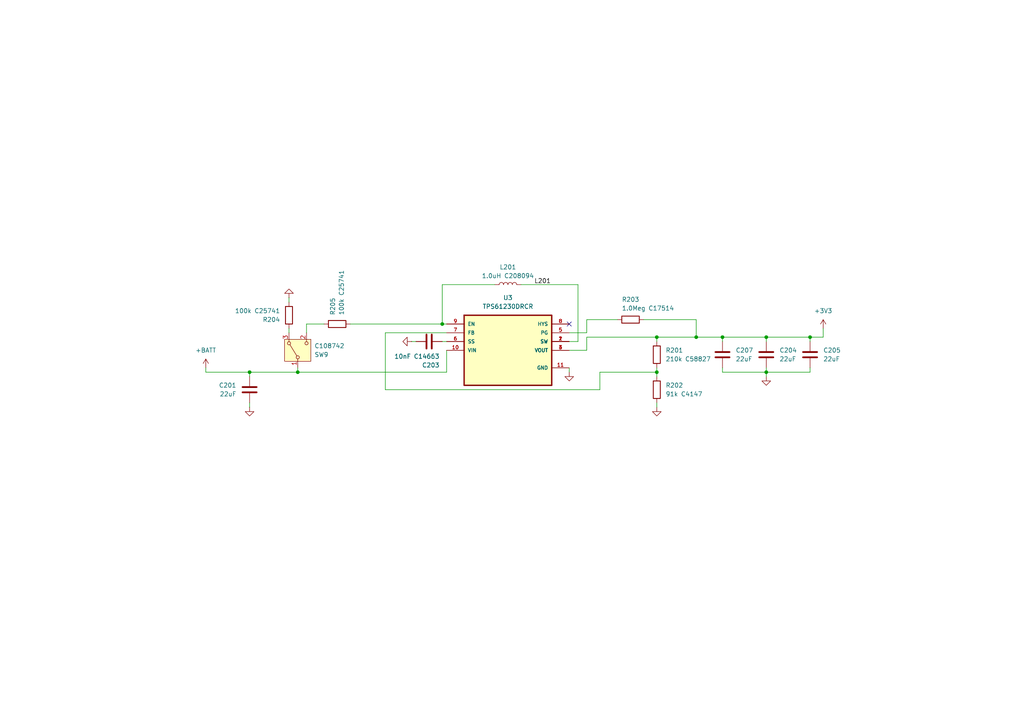
<source format=kicad_sch>
(kicad_sch (version 20250114) (generator "eeschema") (generator_version "9.0")
  (paper "A4")
  (lib_symbols
    (symbol "Device:C" (pin_numbers (hide yes)) (pin_names (offset 0.254))
      (property "Reference" "C" (at 0.635 2.54 0))
      (property "Value" "C" (at 0.635 -2.54 0))
      (symbol "C_0_1"
        (polyline (pts (xy -2.032 0.762) (xy 2.032 0.762)) (stroke (width 0.508)))
        (polyline (pts (xy -2.032 -0.762) (xy 2.032 -0.762)) (stroke (width 0.508)))
      )
      (symbol "C_1_1"
        (pin passive line (at 0 3.81 270) (length 2.794) (name "~") (number "1"))
        (pin passive line (at 0 -3.81 90) (length 2.794) (name "~") (number "2"))
      )
    )
    (symbol "Device:L" (pin_numbers (hide yes)) (pin_names (offset 1.016) (hide yes))
      (property "Reference" "L" (at -1.27 0 90))
      (property "Value" "L" (at 1.905 0 90))
      (symbol "L_0_1"
        (arc (start 0 2.54) (mid 0.6323 1.905) (end 0 1.27))
        (arc (start 0 1.27) (mid 0.6323 0.635) (end 0 0))
        (arc (start 0 0) (mid 0.6323 -0.635) (end 0 -1.27))
        (arc (start 0 -1.27) (mid 0.6323 -1.905) (end 0 -2.54))
      )
      (symbol "L_1_1"
        (pin passive line (at 0 3.81 270) (length 1.27) (name "1") (number "1"))
        (pin passive line (at 0 -3.81 90) (length 1.27) (name "2") (number "2"))
      )
    )
    (symbol "Device:R" (pin_numbers (hide yes)) (pin_names (offset 0))
      (property "Reference" "R" (at 2.032 0 90))
      (property "Value" "R" (at 0 0 90))
      (symbol "R_0_1"
        (rectangle (start -1.016 -2.54) (end 1.016 2.54) (stroke (width 0.254)))
      )
      (symbol "R_1_1"
        (pin passive line (at 0 3.81 270) (length 1.27) (name "~") (number "1"))
        (pin passive line (at 0 -3.81 90) (length 1.27) (name "~") (number "2"))
      )
    )
    (symbol "Switch:SW_Wuerth_450301014042" (pin_names (offset 1) (hide yes))
      (property "Reference" "SW" (at 0 5.08 0))
      (property "Value" "SW_Wuerth_450301014042" (at 0 -5.08 0))
      (symbol "SW_Wuerth_450301014042_0_1"
        (circle (center -2.032 0) (radius 0.4572))
        (polyline (pts (xy -1.651 0.254) (xy 1.651 2.286)))
        (circle (center 2.032 2.54) (radius 0.4572))
        (circle (center 2.032 -2.54) (radius 0.4572))
      )
      (symbol "SW_Wuerth_450301014042_1_1"
        (rectangle (start -3.175 3.81) (end 3.175 -3.81) (fill (type background)))
        (pin passive line (at -5.08 0 0) (length 2.54) (name "B") (number "1"))
        (pin passive line (at 5.08 2.54 180) (length 2.54) (name "A") (number "3"))
        (pin passive line (at 5.08 -2.54 180) (length 2.54) (name "C") (number "2"))
      )
    )
    (symbol "daydreamorg:TPS61230DRCR" (pin_names (offset 1.016))
      (property "Reference" "U" (at -12.7 11.16 0))
      (property "Value" "TPS61230DRCR" (at -12.7 -14.16 0))
      (symbol "TPS61230DRCR_0_0"
        (rectangle (start -12.7 -10.16) (end 12.7 10.16) (stroke (width 0.41)) (fill (type background)))
        (pin input line (at -17.78 7.62 0) (length 5.08) (name "EN") (number "9"))
        (pin input line (at -17.78 5.08 0) (length 5.08) (name "FB") (number "7"))
        (pin input line (at -17.78 2.54 0) (length 5.08) (name "SS") (number "6"))
        (pin input line (at -17.78 0 0) (length 5.08) (name "VIN") (number "10"))
        (pin output line (at 17.78 7.62 180) (length 5.08) (name "HYS") (number "8"))
        (pin output line (at 17.78 5.08 180) (length 5.08) (name "PG") (number "5"))
        (pin output line (at 17.78 2.54 180) (length 5.08) (name "SW") (number "1"))
        (pin output line (at 17.78 2.54 180) (length 5.08) (name "SW") (number "2"))
        (pin output line (at 17.78 0 180) (length 5.08) (name "VOUT") (number "3"))
        (pin output line (at 17.78 0 180) (length 5.08) (name "VOUT") (number "4"))
        (pin power_in line (at 17.78 -5.08 180) (length 5.08) (name "GND") (number "11"))
      )
    )
    (symbol "power:+3V3" (power) (pin_numbers (hide yes)) (pin_names (offset 0) (hide yes))
      (property "Value" "+3V3" (at 0 3.556 0))
      (symbol "+3V3_0_1"
        (polyline (pts (xy -0.762 1.27) (xy 0 2.54)))
        (polyline (pts (xy 0 2.54) (xy 0.762 1.27)))
        (polyline (pts (xy 0 0) (xy 0 2.54)))
      )
      (symbol "+3V3_1_1"
        (pin power_in line (at 0 0 90) (length 0) (name "~") (number "1"))
      )
    )
    (symbol "power:+BATT" (power) (pin_numbers (hide yes)) (pin_names (offset 0) (hide yes))
      (property "Value" "+BATT" (at 0 3.556 0))
      (symbol "+BATT_0_1"
        (polyline (pts (xy -0.762 1.27) (xy 0 2.54)))
        (polyline (pts (xy 0 2.54) (xy 0.762 1.27)))
        (polyline (pts (xy 0 0) (xy 0 2.54)))
      )
      (symbol "+BATT_1_1"
        (pin power_in line (at 0 0 90) (length 0) (name "~") (number "1"))
      )
    )
    (symbol "power:GND" (power) (pin_numbers (hide yes)) (pin_names (offset 0) (hide yes))
      (property "Value" "GND" (at 0 -3.81 0))
      (symbol "GND_0_1"
        (polyline (pts (xy 0 0) (xy 0 -1.27) (xy 1.27 -1.27) (xy 0 -2.54) (xy -1.27 -1.27) (xy 0 -1.27)))
      )
      (symbol "GND_1_1"
        (pin power_in line (at 0 0 270) (length 0) (name "~") (number "1"))
      )
    )
  )
  (junction (at 222.25 97.79))
  (junction (at 128.27 93.98))
  (junction (at 209.55 97.79))
  (junction (at 190.5 97.79))
  (junction (at 190.5 107.95))
  (junction (at 72.39 107.95))
  (junction (at 201.93 97.79))
  (junction (at 86.36 107.95))
  (junction (at 234.95 97.79))
  (junction (at 222.25 107.95))
  (no_connect (at 165.1 93.98))
  (wire (pts (xy 143.51 82.55) (xy 128.27 82.55)))
  (wire (pts (xy 170.18 97.79) (xy 190.5 97.79)))
  (wire (pts (xy 186.69 92.71) (xy 201.93 92.71)))
  (wire (pts (xy 72.39 118.11) (xy 72.39 116.84)))
  (wire (pts (xy 111.76 113.03) (xy 173.99 113.03)))
  (wire (pts (xy 120.65 99.06) (xy 119.38 99.06)))
  (wire (pts (xy 190.5 107.95) (xy 190.5 109.22)))
  (wire (pts (xy 209.55 106.68) (xy 209.55 107.95)))
  (wire (pts (xy 101.6 93.98) (xy 128.27 93.98)))
  (wire (pts (xy 190.5 106.68) (xy 190.5 107.95)))
  (wire (pts (xy 190.5 97.79) (xy 201.93 97.79)))
  (wire (pts (xy 170.18 92.71) (xy 170.18 96.52)))
  (wire (pts (xy 170.18 96.52) (xy 165.1 96.52)))
  (wire (pts (xy 190.5 116.84) (xy 190.5 118.11)))
  (wire (pts (xy 234.95 97.79) (xy 234.95 99.06)))
  (wire (pts (xy 167.64 82.55) (xy 167.64 99.06)))
  (wire (pts (xy 128.27 93.98) (xy 129.54 93.98)))
  (wire (pts (xy 129.54 107.95) (xy 129.54 101.6)))
  (wire (pts (xy 179.07 92.71) (xy 170.18 92.71)))
  (wire (pts (xy 173.99 113.03) (xy 173.99 107.95)))
  (wire (pts (xy 234.95 97.79) (xy 222.25 97.79)))
  (wire (pts (xy 165.1 99.06) (xy 167.64 99.06)))
  (wire (pts (xy 111.76 96.52) (xy 111.76 113.03)))
  (wire (pts (xy 238.76 97.79) (xy 234.95 97.79)))
  (wire (pts (xy 222.25 97.79) (xy 209.55 97.79)))
  (wire (pts (xy 128.27 99.06) (xy 129.54 99.06)))
  (wire (pts (xy 86.36 107.95) (xy 129.54 107.95)))
  (wire (pts (xy 151.13 82.55) (xy 167.64 82.55)))
  (wire (pts (xy 222.25 107.95) (xy 234.95 107.95)))
  (wire (pts (xy 86.36 106.68) (xy 86.36 107.95)))
  (wire (pts (xy 209.55 99.06) (xy 209.55 97.79)))
  (wire (pts (xy 88.9 96.52) (xy 88.9 93.98)))
  (wire (pts (xy 83.82 95.25) (xy 83.82 96.52)))
  (wire (pts (xy 129.54 96.52) (xy 111.76 96.52)))
  (wire (pts (xy 72.39 107.95) (xy 86.36 107.95)))
  (wire (pts (xy 173.99 107.95) (xy 190.5 107.95)))
  (wire (pts (xy 165.1 106.68) (xy 165.1 107.95)))
  (wire (pts (xy 59.69 107.95) (xy 72.39 107.95)))
  (wire (pts (xy 234.95 106.68) (xy 234.95 107.95)))
  (wire (pts (xy 170.18 97.79) (xy 170.18 101.6)))
  (wire (pts (xy 209.55 107.95) (xy 222.25 107.95)))
  (wire (pts (xy 72.39 109.22) (xy 72.39 107.95)))
  (wire (pts (xy 201.93 92.71) (xy 201.93 97.79)))
  (wire (pts (xy 170.18 101.6) (xy 165.1 101.6)))
  (wire (pts (xy 88.9 93.98) (xy 93.98 93.98)))
  (wire (pts (xy 190.5 99.06) (xy 190.5 97.79)))
  (wire (pts (xy 238.76 95.25) (xy 238.76 97.79)))
  (wire (pts (xy 222.25 106.68) (xy 222.25 107.95)))
  (wire (pts (xy 222.25 97.79) (xy 222.25 99.06)))
  (wire (pts (xy 83.82 87.63) (xy 83.82 86.36)))
  (wire (pts (xy 222.25 107.95) (xy 222.25 109.22)))
  (wire (pts (xy 201.93 97.79) (xy 209.55 97.79)))
  (wire (pts (xy 128.27 82.55) (xy 128.27 93.98)))
  (wire (pts (xy 59.69 106.68) (xy 59.69 107.95)))
  (label "L201" (at 154.94 82.55 0))
  (symbol (lib_id "Device:R") (at 83.82 91.44 180) (unit 1)
    (property "Reference" "R204" (at 81.28 92.7101 0) (effects (justify left)))
    (property "Value" "100k C25741" (at 81.28 90.1701 0) (effects (justify left)))
    (property "Footprint" "Resistor_SMD:R_0402_1005Metric" (effects (hide yes)))
    (property "Description" "Resistor" (effects (hide yes)))
    (property "LCSC" "C25741" (effects (hide yes)))
  )
  (symbol (lib_id "Device:C") (at 234.95 102.87 0) (unit 1)
    (property "Reference" "C205" (at 238.76 101.5999 0) (effects (justify left)))
    (property "Value" "22uF" (at 238.76 104.1399 0) (effects (justify left)))
    (property "Footprint" "Capacitor_SMD:C_0805_2012Metric" (effects (hide yes)))
    (property "Description" "Unpolarized capacitor" (effects (hide yes)))
    (property "LCSC" "C92811 " (effects (hide yes)))
  )
  (symbol (lib_id "power:GND") (at 119.38 99.06 270) (unit 1)
    (property "Reference" "#PWR032" (effects (hide yes)))
    (property "Value" "GND" (effects (hide yes)))
    (property "Description" "Power symbol creates a global label with name \"GND\" , ground" (effects (hide yes)))
  )
  (symbol (lib_id "power:GND") (at 83.82 86.36 180) (unit 1)
    (property "Reference" "#PWR038" (effects (hide yes)))
    (property "Value" "GND" (effects (hide yes)))
    (property "Description" "Power symbol creates a global label with name \"GND\" , ground" (effects (hide yes)))
  )
  (symbol (lib_id "Device:C") (at 222.25 102.87 0) (unit 1)
    (property "Reference" "C204" (at 226.06 101.5999 0) (effects (justify left)))
    (property "Value" "22uF" (at 226.06 104.1399 0) (effects (justify left)))
    (property "Footprint" "Capacitor_SMD:C_0805_2012Metric" (effects (hide yes)))
    (property "Description" "Unpolarized capacitor" (effects (hide yes)))
    (property "LCSC" "C92811 " (effects (hide yes)))
  )
  (symbol (lib_id "power:+BATT") (at 59.69 106.68 0) (unit 1)
    (property "Reference" "#PWR037" (effects (hide yes)))
    (property "Value" "+BATT" (at 59.69 101.6 0))
    (property "Description" "Power symbol creates a global label with name \"+BATT\"" (effects (hide yes)))
  )
  (symbol (lib_id "power:GND") (at 165.1 107.95 0) (unit 1)
    (property "Reference" "#PWR033" (effects (hide yes)))
    (property "Value" "GND" (effects (hide yes)))
    (property "Description" "Power symbol creates a global label with name \"GND\" , ground" (effects (hide yes)))
  )
  (symbol (lib_id "Device:C") (at 209.55 102.87 0) (unit 1)
    (property "Reference" "C207" (at 213.36 101.5999 0) (effects (justify left)))
    (property "Value" "22uF" (at 213.36 104.1399 0) (effects (justify left)))
    (property "Footprint" "Capacitor_SMD:C_0805_2012Metric" (effects (hide yes)))
    (property "Description" "Unpolarized capacitor" (effects (hide yes)))
    (property "LCSC" "C92811 " (effects (hide yes)))
  )
  (symbol (lib_id "Device:C") (at 124.46 99.06 270) (mirror x) (unit 1)
    (property "Reference" "C203" (at 127.508 105.918 90) (effects (justify right)))
    (property "Value" "10nF C14663" (at 127.508 103.378 90) (effects (justify right)))
    (property "Footprint" "Capacitor_SMD:C_0603_1608Metric" (effects (hide yes)))
    (property "Description" "Unpolarized capacitor" (effects (hide yes)))
    (property "LCSC" "C14663" (effects (hide yes)))
  )
  (symbol (lib_id "power:GND") (at 222.25 109.22 0) (unit 1)
    (property "Reference" "#PWR017" (effects (hide yes)))
    (property "Value" "GND" (effects (hide yes)))
    (property "Description" "Power symbol creates a global label with name \"GND\" , ground" (effects (hide yes)))
  )
  (symbol (lib_id "power:GND") (at 72.39 118.11 0) (unit 1)
    (property "Reference" "#PWR034" (effects (hide yes)))
    (property "Value" "GND" (effects (hide yes)))
    (property "Description" "Power symbol creates a global label with name \"GND\" , ground" (effects (hide yes)))
  )
  (symbol (lib_id "Device:L") (at 147.32 82.55 90) (unit 1)
    (property "Reference" "L201" (at 147.32 77.47 90))
    (property "Value" "1.0uH C208094" (at 147.32 80.01 90))
    (property "Footprint" "daydreamorg:Untitled_1" (effects (hide yes)))
    (property "Description" "Inductor" (effects (hide yes)))
    (property "LCSC" "C208094" (effects (hide yes)))
  )
  (symbol (lib_id "Device:R") (at 182.88 92.71 90) (mirror x) (unit 1)
    (property "Reference" "R203" (at 180.34 86.868 90) (effects (justify right)))
    (property "Value" "1.0Meg C17514" (at 180.34 89.408 90) (effects (justify right)))
    (property "Footprint" "Resistor_SMD:R_0805_2012Metric" (effects (hide yes)))
    (property "Description" "Resistor" (effects (hide yes)))
    (property "LCSC" "C17514" (effects (hide yes)))
  )
  (symbol (lib_id "Switch:SW_Wuerth_450301014042") (at 86.36 101.6 90) (unit 1)
    (property "Reference" "SW9" (at 91.186 102.87 90) (effects (justify right)))
    (property "Value" "C108742" (at 91.186 100.33 90) (effects (justify right)))
    (property "Footprint" "daydreamorg:slide switch" (effects (hide yes)))
    (property "Datasheet" "https://www.we-online.com/components/products/datasheet/450301014042.pdf" (effects (hide yes)))
    (property "Description" "Switch slide, single pole double throw" (effects (hide yes)))
    (property "LCSC" "C108742" (effects (hide yes)))
  )
  (symbol (lib_id "Device:C") (at 72.39 113.03 0) (mirror y) (unit 1)
    (property "Reference" "C201" (at 68.58 111.7599 0) (effects (justify left)))
    (property "Value" "22uF" (at 68.58 114.2999 0) (effects (justify left)))
    (property "Footprint" "Capacitor_SMD:C_0805_2012Metric" (effects (hide yes)))
    (property "Description" "Unpolarized capacitor" (effects (hide yes)))
    (property "LCSC" "C77071" (effects (hide yes)))
  )
  (symbol (lib_id "Device:R") (at 190.5 102.87 0) (unit 1)
    (property "Reference" "R201" (at 193.04 101.5999 0) (effects (justify left)))
    (property "Value" "210k C58827" (at 193.04 104.1399 0) (effects (justify left)))
    (property "Footprint" "Resistor_SMD:R_0402_1005Metric" (effects (hide yes)))
    (property "Description" "Resistor" (effects (hide yes)))
    (property "LCSC" "C58827" (effects (hide yes)))
  )
  (symbol (lib_id "Device:R") (at 97.79 93.98 90) (unit 1)
    (property "Reference" "R205" (at 96.5199 91.44 0) (effects (justify left)))
    (property "Value" "100k C25741" (at 99.0599 91.44 0) (effects (justify left)))
    (property "Footprint" "Resistor_SMD:R_0402_1005Metric" (effects (hide yes)))
    (property "Description" "Resistor" (effects (hide yes)))
    (property "LCSC" "C25741" (effects (hide yes)))
  )
  (symbol (lib_id "daydreamorg:TPS61230DRCR") (at 147.32 101.6 0) (unit 1)
    (property "Reference" "U3" (at 147.32 86.36 0))
    (property "Value" "TPS61230DRCR" (at 147.32 88.9 0))
    (property "Footprint" "daydreamorg:TPS123" (effects (hide yes)))
    (property "MF" "Texas Instruments" (effects (hide yes)))
    (property "Description_1" "5-A, adjustable output voltage high efficiency synchronous boost converter" (effects (hide yes)))
    (property "Package" "VSON-10 Texas Instruments" (effects (hide yes)))
    (property "Price" "None" (effects (hide yes)))
    (property "SnapEDA_Link" "https://www.snapeda.com/parts/TPS61230DRCR/Texas+Instruments/view-part/?ref=snap" (effects (hide yes)))
    (property "MP" "TPS61230DRCR" (effects (hide yes)))
    (property "Availability" "In Stock" (effects (hide yes)))
    (property "Check_prices" "https://www.snapeda.com/parts/TPS61230DRCR/Texas+Instruments/view-part/?ref=eda" (effects (hide yes)))
  )
  (symbol (lib_id "power:+3V3") (at 238.76 95.25 0) (unit 1)
    (property "Reference" "#PWR035" (effects (hide yes)))
    (property "Value" "+3V3" (at 238.76 90.17 0))
    (property "Description" "Power symbol creates a global label with name \"+3V3\"" (effects (hide yes)))
  )
  (symbol (lib_id "power:GND") (at 190.5 118.11 0) (unit 1)
    (property "Reference" "#PWR031" (effects (hide yes)))
    (property "Value" "GND" (effects (hide yes)))
    (property "Description" "Power symbol creates a global label with name \"GND\" , ground" (effects (hide yes)))
  )
  (symbol (lib_id "Device:R") (at 190.5 113.03 0) (unit 1)
    (property "Reference" "R202" (at 193.04 111.7599 0) (effects (justify left)))
    (property "Value" "91k C4147" (at 193.04 114.2999 0) (effects (justify left)))
    (property "Footprint" "Resistor_SMD:R_0402_1005Metric" (effects (hide yes)))
    (property "Description" "Resistor" (effects (hide yes)))
    (property "LCSC" "C4147" (effects (hide yes)))
  )
)
</source>
